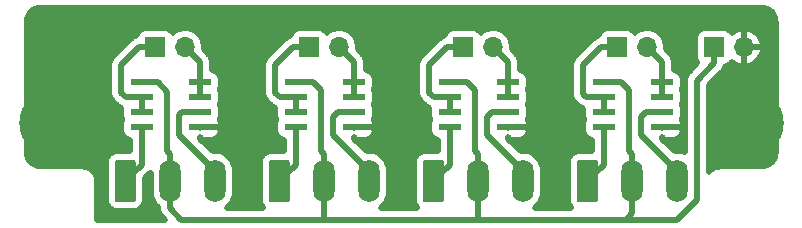
<source format=gbr>
G04 #@! TF.GenerationSoftware,KiCad,Pcbnew,(5.1.5)-3*
G04 #@! TF.CreationDate,2020-03-10T12:06:21-04:00*
G04 #@! TF.ProjectId,Step_Direction_Board,53746570-5f44-4697-9265-6374696f6e5f,rev?*
G04 #@! TF.SameCoordinates,PX7270e00PY78a3ca0*
G04 #@! TF.FileFunction,Copper,L2,Bot*
G04 #@! TF.FilePolarity,Positive*
%FSLAX46Y46*%
G04 Gerber Fmt 4.6, Leading zero omitted, Abs format (unit mm)*
G04 Created by KiCad (PCBNEW (5.1.5)-3) date 2020-03-10 12:06:21*
%MOMM*%
%LPD*%
G04 APERTURE LIST*
%ADD10O,1.700000X1.700000*%
%ADD11R,1.700000X1.700000*%
%ADD12O,1.800000X3.600000*%
%ADD13C,0.100000*%
%ADD14R,1.981200X0.558800*%
%ADD15C,5.700000*%
%ADD16C,0.500000*%
G04 APERTURE END LIST*
D10*
X53323846Y15376036D03*
D11*
X50783846Y15376036D03*
D10*
X40283846Y15376036D03*
D11*
X37743846Y15376036D03*
D10*
X27243846Y15376036D03*
D11*
X24703846Y15376036D03*
D10*
X14203846Y15376036D03*
D11*
X11663846Y15376036D03*
D10*
X61540000Y15376036D03*
D11*
X59000000Y15376036D03*
D12*
X55871055Y4036653D03*
X52061055Y4036653D03*
G04 #@! TA.AperFunction,ComponentPad*
D13*
G36*
X48925559Y5835449D02*
G01*
X48949828Y5831849D01*
X48973626Y5825888D01*
X48996726Y5817623D01*
X49018904Y5807133D01*
X49039948Y5794520D01*
X49059653Y5779906D01*
X49077832Y5763430D01*
X49094308Y5745251D01*
X49108922Y5725546D01*
X49121535Y5704502D01*
X49132025Y5682324D01*
X49140290Y5659224D01*
X49146251Y5635426D01*
X49149851Y5611157D01*
X49151055Y5586653D01*
X49151055Y2486653D01*
X49149851Y2462149D01*
X49146251Y2437880D01*
X49140290Y2414082D01*
X49132025Y2390982D01*
X49121535Y2368804D01*
X49108922Y2347760D01*
X49094308Y2328055D01*
X49077832Y2309876D01*
X49059653Y2293400D01*
X49039948Y2278786D01*
X49018904Y2266173D01*
X48996726Y2255683D01*
X48973626Y2247418D01*
X48949828Y2241457D01*
X48925559Y2237857D01*
X48901055Y2236653D01*
X47601055Y2236653D01*
X47576551Y2237857D01*
X47552282Y2241457D01*
X47528484Y2247418D01*
X47505384Y2255683D01*
X47483206Y2266173D01*
X47462162Y2278786D01*
X47442457Y2293400D01*
X47424278Y2309876D01*
X47407802Y2328055D01*
X47393188Y2347760D01*
X47380575Y2368804D01*
X47370085Y2390982D01*
X47361820Y2414082D01*
X47355859Y2437880D01*
X47352259Y2462149D01*
X47351055Y2486653D01*
X47351055Y5586653D01*
X47352259Y5611157D01*
X47355859Y5635426D01*
X47361820Y5659224D01*
X47370085Y5682324D01*
X47380575Y5704502D01*
X47393188Y5725546D01*
X47407802Y5745251D01*
X47424278Y5763430D01*
X47442457Y5779906D01*
X47462162Y5794520D01*
X47483206Y5807133D01*
X47505384Y5817623D01*
X47528484Y5825888D01*
X47552282Y5831849D01*
X47576551Y5835449D01*
X47601055Y5836653D01*
X48901055Y5836653D01*
X48925559Y5835449D01*
G37*
G04 #@! TD.AperFunction*
D12*
X42831055Y4036653D03*
X39021055Y4036653D03*
G04 #@! TA.AperFunction,ComponentPad*
D13*
G36*
X35885559Y5835449D02*
G01*
X35909828Y5831849D01*
X35933626Y5825888D01*
X35956726Y5817623D01*
X35978904Y5807133D01*
X35999948Y5794520D01*
X36019653Y5779906D01*
X36037832Y5763430D01*
X36054308Y5745251D01*
X36068922Y5725546D01*
X36081535Y5704502D01*
X36092025Y5682324D01*
X36100290Y5659224D01*
X36106251Y5635426D01*
X36109851Y5611157D01*
X36111055Y5586653D01*
X36111055Y2486653D01*
X36109851Y2462149D01*
X36106251Y2437880D01*
X36100290Y2414082D01*
X36092025Y2390982D01*
X36081535Y2368804D01*
X36068922Y2347760D01*
X36054308Y2328055D01*
X36037832Y2309876D01*
X36019653Y2293400D01*
X35999948Y2278786D01*
X35978904Y2266173D01*
X35956726Y2255683D01*
X35933626Y2247418D01*
X35909828Y2241457D01*
X35885559Y2237857D01*
X35861055Y2236653D01*
X34561055Y2236653D01*
X34536551Y2237857D01*
X34512282Y2241457D01*
X34488484Y2247418D01*
X34465384Y2255683D01*
X34443206Y2266173D01*
X34422162Y2278786D01*
X34402457Y2293400D01*
X34384278Y2309876D01*
X34367802Y2328055D01*
X34353188Y2347760D01*
X34340575Y2368804D01*
X34330085Y2390982D01*
X34321820Y2414082D01*
X34315859Y2437880D01*
X34312259Y2462149D01*
X34311055Y2486653D01*
X34311055Y5586653D01*
X34312259Y5611157D01*
X34315859Y5635426D01*
X34321820Y5659224D01*
X34330085Y5682324D01*
X34340575Y5704502D01*
X34353188Y5725546D01*
X34367802Y5745251D01*
X34384278Y5763430D01*
X34402457Y5779906D01*
X34422162Y5794520D01*
X34443206Y5807133D01*
X34465384Y5817623D01*
X34488484Y5825888D01*
X34512282Y5831849D01*
X34536551Y5835449D01*
X34561055Y5836653D01*
X35861055Y5836653D01*
X35885559Y5835449D01*
G37*
G04 #@! TD.AperFunction*
D12*
X29791055Y4036653D03*
X25981055Y4036653D03*
G04 #@! TA.AperFunction,ComponentPad*
D13*
G36*
X22845559Y5835449D02*
G01*
X22869828Y5831849D01*
X22893626Y5825888D01*
X22916726Y5817623D01*
X22938904Y5807133D01*
X22959948Y5794520D01*
X22979653Y5779906D01*
X22997832Y5763430D01*
X23014308Y5745251D01*
X23028922Y5725546D01*
X23041535Y5704502D01*
X23052025Y5682324D01*
X23060290Y5659224D01*
X23066251Y5635426D01*
X23069851Y5611157D01*
X23071055Y5586653D01*
X23071055Y2486653D01*
X23069851Y2462149D01*
X23066251Y2437880D01*
X23060290Y2414082D01*
X23052025Y2390982D01*
X23041535Y2368804D01*
X23028922Y2347760D01*
X23014308Y2328055D01*
X22997832Y2309876D01*
X22979653Y2293400D01*
X22959948Y2278786D01*
X22938904Y2266173D01*
X22916726Y2255683D01*
X22893626Y2247418D01*
X22869828Y2241457D01*
X22845559Y2237857D01*
X22821055Y2236653D01*
X21521055Y2236653D01*
X21496551Y2237857D01*
X21472282Y2241457D01*
X21448484Y2247418D01*
X21425384Y2255683D01*
X21403206Y2266173D01*
X21382162Y2278786D01*
X21362457Y2293400D01*
X21344278Y2309876D01*
X21327802Y2328055D01*
X21313188Y2347760D01*
X21300575Y2368804D01*
X21290085Y2390982D01*
X21281820Y2414082D01*
X21275859Y2437880D01*
X21272259Y2462149D01*
X21271055Y2486653D01*
X21271055Y5586653D01*
X21272259Y5611157D01*
X21275859Y5635426D01*
X21281820Y5659224D01*
X21290085Y5682324D01*
X21300575Y5704502D01*
X21313188Y5725546D01*
X21327802Y5745251D01*
X21344278Y5763430D01*
X21362457Y5779906D01*
X21382162Y5794520D01*
X21403206Y5807133D01*
X21425384Y5817623D01*
X21448484Y5825888D01*
X21472282Y5831849D01*
X21496551Y5835449D01*
X21521055Y5836653D01*
X22821055Y5836653D01*
X22845559Y5835449D01*
G37*
G04 #@! TD.AperFunction*
D12*
X16751055Y4036653D03*
X12941055Y4036653D03*
G04 #@! TA.AperFunction,ComponentPad*
D13*
G36*
X9805559Y5835449D02*
G01*
X9829828Y5831849D01*
X9853626Y5825888D01*
X9876726Y5817623D01*
X9898904Y5807133D01*
X9919948Y5794520D01*
X9939653Y5779906D01*
X9957832Y5763430D01*
X9974308Y5745251D01*
X9988922Y5725546D01*
X10001535Y5704502D01*
X10012025Y5682324D01*
X10020290Y5659224D01*
X10026251Y5635426D01*
X10029851Y5611157D01*
X10031055Y5586653D01*
X10031055Y2486653D01*
X10029851Y2462149D01*
X10026251Y2437880D01*
X10020290Y2414082D01*
X10012025Y2390982D01*
X10001535Y2368804D01*
X9988922Y2347760D01*
X9974308Y2328055D01*
X9957832Y2309876D01*
X9939653Y2293400D01*
X9919948Y2278786D01*
X9898904Y2266173D01*
X9876726Y2255683D01*
X9853626Y2247418D01*
X9829828Y2241457D01*
X9805559Y2237857D01*
X9781055Y2236653D01*
X8481055Y2236653D01*
X8456551Y2237857D01*
X8432282Y2241457D01*
X8408484Y2247418D01*
X8385384Y2255683D01*
X8363206Y2266173D01*
X8342162Y2278786D01*
X8322457Y2293400D01*
X8304278Y2309876D01*
X8287802Y2328055D01*
X8273188Y2347760D01*
X8260575Y2368804D01*
X8250085Y2390982D01*
X8241820Y2414082D01*
X8235859Y2437880D01*
X8232259Y2462149D01*
X8231055Y2486653D01*
X8231055Y5586653D01*
X8232259Y5611157D01*
X8235859Y5635426D01*
X8241820Y5659224D01*
X8250085Y5682324D01*
X8260575Y5704502D01*
X8273188Y5725546D01*
X8287802Y5745251D01*
X8304278Y5763430D01*
X8322457Y5779906D01*
X8342162Y5794520D01*
X8363206Y5807133D01*
X8385384Y5817623D01*
X8408484Y5825888D01*
X8432282Y5831849D01*
X8456551Y5835449D01*
X8481055Y5836653D01*
X9781055Y5836653D01*
X9805559Y5835449D01*
G37*
G04 #@! TD.AperFunction*
D14*
X49656200Y12405000D03*
X49656200Y11135000D03*
X49656200Y9865000D03*
X49656200Y8595000D03*
X54583800Y8595000D03*
X54583800Y9865000D03*
X54583800Y11135000D03*
X54583800Y12405000D03*
X36616200Y12405000D03*
X36616200Y11135000D03*
X36616200Y9865000D03*
X36616200Y8595000D03*
X41543800Y8595000D03*
X41543800Y9865000D03*
X41543800Y11135000D03*
X41543800Y12405000D03*
X23576200Y12405000D03*
X23576200Y11135000D03*
X23576200Y9865000D03*
X23576200Y8595000D03*
X28503800Y8595000D03*
X28503800Y9865000D03*
X28503800Y11135000D03*
X28503800Y12405000D03*
X10536200Y12405000D03*
X10536200Y11135000D03*
X10536200Y9865000D03*
X10536200Y8595000D03*
X15463800Y8595000D03*
X15463800Y9865000D03*
X15463800Y11135000D03*
X15463800Y12405000D03*
D15*
X62000000Y9000000D03*
X3000000Y9000000D03*
D16*
X12941055Y6336653D02*
X12941055Y4036653D01*
X12703189Y11606013D02*
X12703189Y6574519D01*
X11904202Y12405000D02*
X12703189Y11606013D01*
X12703189Y6574519D02*
X12941055Y6336653D01*
X10536200Y12405000D02*
X11904202Y12405000D01*
X12941055Y1736653D02*
X13892698Y785010D01*
X12941055Y4036653D02*
X12941055Y1736653D01*
X52061055Y1346065D02*
X52061055Y4036653D01*
X51500000Y785010D02*
X52061055Y1346065D01*
X39021055Y4036653D02*
X39021055Y785010D01*
X25981055Y4036653D02*
X25981055Y785010D01*
X25981055Y6336653D02*
X25981055Y4036653D01*
X25743189Y6574519D02*
X25981055Y6336653D01*
X25066800Y12405000D02*
X25743189Y11728611D01*
X25743189Y11728611D02*
X25743189Y6574519D01*
X23576200Y12405000D02*
X25066800Y12405000D01*
X39021055Y6336653D02*
X39021055Y4036653D01*
X38783189Y11728611D02*
X38783189Y6574519D01*
X38783189Y6574519D02*
X39021055Y6336653D01*
X38106800Y12405000D02*
X38783189Y11728611D01*
X36616200Y12405000D02*
X38106800Y12405000D01*
X52061055Y6336653D02*
X52061055Y4036653D01*
X51823189Y6574519D02*
X52061055Y6336653D01*
X51823189Y11728611D02*
X51823189Y6574519D01*
X51146800Y12405000D02*
X51823189Y11728611D01*
X49656200Y12405000D02*
X51146800Y12405000D01*
X57531065Y2449055D02*
X55867020Y785010D01*
X57531065Y12557101D02*
X57531065Y2449055D01*
X59000000Y14026036D02*
X57531065Y12557101D01*
X55867020Y785010D02*
X51285010Y785010D01*
X59000000Y15376036D02*
X59000000Y14026036D01*
X51285010Y785010D02*
X51500000Y785010D01*
X13892698Y785010D02*
X51285010Y785010D01*
X23576200Y9865000D02*
X23576200Y11135000D01*
X23353846Y15376036D02*
X24703846Y15376036D01*
X21825599Y13847789D02*
X23353846Y15376036D01*
X21825599Y11517599D02*
X21825599Y13847789D01*
X22208198Y11135000D02*
X21825599Y11517599D01*
X23576200Y11135000D02*
X22208198Y11135000D01*
X28503800Y14116082D02*
X27243846Y15376036D01*
X28503800Y12405000D02*
X28503800Y14116082D01*
X28503800Y11135000D02*
X28503800Y12405000D01*
X10536200Y11135000D02*
X10536200Y9865000D01*
X15463800Y12405000D02*
X15463800Y11135000D01*
X15463800Y14116082D02*
X14203846Y15376036D01*
X15463800Y12405000D02*
X15463800Y14116082D01*
X10313846Y15376036D02*
X11663846Y15376036D01*
X8785599Y11517599D02*
X8785599Y13847789D01*
X9168198Y11135000D02*
X8785599Y11517599D01*
X8785599Y13847789D02*
X10313846Y15376036D01*
X10536200Y11135000D02*
X9168198Y11135000D01*
X41543800Y14116082D02*
X40283846Y15376036D01*
X41543800Y12405000D02*
X41543800Y14116082D01*
X41543800Y11135000D02*
X41543800Y12405000D01*
X36616200Y9865000D02*
X36616200Y11135000D01*
X34865599Y13847789D02*
X36393846Y15376036D01*
X34865599Y11517599D02*
X34865599Y13847789D01*
X35248198Y11135000D02*
X34865599Y11517599D01*
X36393846Y15376036D02*
X37743846Y15376036D01*
X36616200Y11135000D02*
X35248198Y11135000D01*
X54583800Y11135000D02*
X54583800Y12405000D01*
X54583800Y14116082D02*
X53323846Y15376036D01*
X54583800Y12405000D02*
X54583800Y14116082D01*
X49656200Y9865000D02*
X49656200Y11135000D01*
X49433846Y15376036D02*
X50783846Y15376036D01*
X47905599Y13847789D02*
X49433846Y15376036D01*
X47905599Y11395001D02*
X47905599Y13847789D01*
X48165600Y11135000D02*
X47905599Y11395001D01*
X49656200Y11135000D02*
X48165600Y11135000D01*
X16751055Y4936653D02*
X16751055Y4036653D01*
X13713199Y7974509D02*
X16751055Y4936653D01*
X13973200Y9865000D02*
X13713199Y9604999D01*
X13713199Y9604999D02*
X13713199Y7974509D01*
X15463800Y9865000D02*
X13973200Y9865000D01*
X26753199Y7974509D02*
X29791055Y4936653D01*
X26753199Y9482401D02*
X26753199Y7974509D01*
X29791055Y4936653D02*
X29791055Y4036653D01*
X27135798Y9865000D02*
X26753199Y9482401D01*
X28503800Y9865000D02*
X27135798Y9865000D01*
X42831055Y4936653D02*
X42831055Y4036653D01*
X39793199Y7974509D02*
X42831055Y4936653D01*
X39793199Y9482401D02*
X39793199Y7974509D01*
X40175798Y9865000D02*
X39793199Y9482401D01*
X41543800Y9865000D02*
X40175798Y9865000D01*
X55871055Y4936653D02*
X55871055Y4036653D01*
X52833199Y7974509D02*
X55871055Y4936653D01*
X53215798Y9865000D02*
X52833199Y9482401D01*
X52833199Y9482401D02*
X52833199Y7974509D01*
X54583800Y9865000D02*
X53215798Y9865000D01*
X10536200Y5441798D02*
X9131055Y4036653D01*
X10536200Y8595000D02*
X10536200Y5441798D01*
X23576200Y5441798D02*
X22171055Y4036653D01*
X23576200Y8595000D02*
X23576200Y5441798D01*
X36616200Y5441798D02*
X35211055Y4036653D01*
X36616200Y8595000D02*
X36616200Y5441798D01*
X49656200Y5441798D02*
X48251055Y4036653D01*
X49656200Y8595000D02*
X49656200Y5441798D01*
G36*
X63235260Y18688168D02*
G01*
X63461568Y18619842D01*
X63670288Y18508863D01*
X63853478Y18359456D01*
X64004162Y18177312D01*
X64116592Y17969376D01*
X64186496Y17743553D01*
X64215001Y17472344D01*
X64215000Y6538388D01*
X64188168Y6264738D01*
X64119843Y6038435D01*
X64008864Y5829712D01*
X63859458Y5646523D01*
X63677314Y5495841D01*
X63469377Y5383409D01*
X63243552Y5313504D01*
X62972353Y5285000D01*
X59461439Y5285000D01*
X59428305Y5281736D01*
X59425364Y5281757D01*
X59414456Y5280688D01*
X59366691Y5275668D01*
X59346113Y5273641D01*
X59345427Y5273433D01*
X59317407Y5270488D01*
X59247691Y5256178D01*
X59177824Y5242849D01*
X59167331Y5239682D01*
X59074112Y5210826D01*
X59008464Y5183230D01*
X58942551Y5156599D01*
X58932881Y5151458D01*
X58932878Y5151457D01*
X58932876Y5151455D01*
X58932873Y5151454D01*
X58847035Y5105041D01*
X58788022Y5065236D01*
X58728519Y5026298D01*
X58720027Y5019373D01*
X58720023Y5019370D01*
X58720019Y5019366D01*
X58644836Y4957169D01*
X58594684Y4906665D01*
X58543874Y4856909D01*
X58541065Y4853514D01*
X58541065Y12138746D01*
X59679099Y13276780D01*
X59717633Y13308403D01*
X59843847Y13462196D01*
X59937632Y13637656D01*
X59941314Y13649795D01*
X59979324Y13775096D01*
X59998986Y13777033D01*
X60142247Y13820490D01*
X60274276Y13891062D01*
X60390001Y13986035D01*
X60484974Y14101760D01*
X60509806Y14148217D01*
X60597716Y14070586D01*
X60870502Y13911839D01*
X61169017Y13809361D01*
X61283203Y13786648D01*
X61535000Y13956045D01*
X61535000Y15371036D01*
X61545000Y15371036D01*
X61545000Y13956045D01*
X61796797Y13786648D01*
X61910983Y13809361D01*
X62209498Y13911839D01*
X62482284Y14070586D01*
X62718859Y14279500D01*
X62910131Y14530554D01*
X63048750Y14814099D01*
X63129388Y15119239D01*
X62959992Y15371036D01*
X61545000Y15371036D01*
X61535000Y15371036D01*
X61515000Y15371036D01*
X61515000Y15381036D01*
X61535000Y15381036D01*
X61535000Y16796027D01*
X61545000Y16796027D01*
X61545000Y15381036D01*
X62959992Y15381036D01*
X63129388Y15632833D01*
X63048750Y15937973D01*
X62910131Y16221518D01*
X62718859Y16472572D01*
X62482284Y16681486D01*
X62209498Y16840233D01*
X61910983Y16942711D01*
X61796797Y16965424D01*
X61545000Y16796027D01*
X61535000Y16796027D01*
X61283203Y16965424D01*
X61169017Y16942711D01*
X60870502Y16840233D01*
X60597716Y16681486D01*
X60509806Y16603855D01*
X60484974Y16650312D01*
X60390001Y16766037D01*
X60274276Y16861010D01*
X60142247Y16931582D01*
X59998986Y16975039D01*
X59850000Y16989713D01*
X58150000Y16989713D01*
X58001014Y16975039D01*
X57857753Y16931582D01*
X57725724Y16861010D01*
X57609999Y16766037D01*
X57515026Y16650312D01*
X57444454Y16518283D01*
X57400997Y16375022D01*
X57386323Y16226036D01*
X57386323Y14526036D01*
X57400997Y14377050D01*
X57444454Y14233789D01*
X57515026Y14101760D01*
X57574680Y14029071D01*
X56851971Y13306362D01*
X56813432Y13274734D01*
X56687218Y13120941D01*
X56628534Y13011150D01*
X56593433Y12945480D01*
X56535680Y12755095D01*
X56516179Y12557101D01*
X56521065Y12507493D01*
X56521066Y6471469D01*
X56509382Y6477714D01*
X56196471Y6572634D01*
X55871055Y6604685D01*
X55652868Y6583195D01*
X54588802Y7647261D01*
X54588802Y7745598D01*
X54778800Y7555600D01*
X55574400Y7551923D01*
X55723386Y7566597D01*
X55866647Y7610054D01*
X55998676Y7680626D01*
X56114401Y7775599D01*
X56209374Y7891324D01*
X56279946Y8023353D01*
X56323403Y8166614D01*
X56338077Y8315600D01*
X56334400Y8400000D01*
X56144400Y8590000D01*
X54588800Y8590000D01*
X54588800Y8570000D01*
X54578800Y8570000D01*
X54578800Y8590000D01*
X54558800Y8590000D01*
X54558800Y8600000D01*
X54578800Y8600000D01*
X54578800Y8620000D01*
X54588800Y8620000D01*
X54588800Y8600000D01*
X56144400Y8600000D01*
X56334400Y8790000D01*
X56338077Y8874400D01*
X56323403Y9023386D01*
X56279946Y9166647D01*
X56246083Y9230000D01*
X56279946Y9293353D01*
X56323403Y9436614D01*
X56338077Y9585600D01*
X56338077Y10144400D01*
X56323403Y10293386D01*
X56279946Y10436647D01*
X56246083Y10500000D01*
X56279946Y10563353D01*
X56323403Y10706614D01*
X56338077Y10855600D01*
X56338077Y11414400D01*
X56323403Y11563386D01*
X56279946Y11706647D01*
X56246083Y11770000D01*
X56279946Y11833353D01*
X56323403Y11976614D01*
X56338077Y12125600D01*
X56338077Y12684400D01*
X56323403Y12833386D01*
X56279946Y12976647D01*
X56209374Y13108676D01*
X56114401Y13224401D01*
X55998676Y13319374D01*
X55866647Y13389946D01*
X55723386Y13433403D01*
X55593800Y13446166D01*
X55593800Y14066478D01*
X55598686Y14116083D01*
X55593800Y14165690D01*
X55579185Y14314076D01*
X55521432Y14504462D01*
X55427647Y14679922D01*
X55301433Y14833715D01*
X55262894Y14865343D01*
X54930018Y15198219D01*
X54933846Y15217465D01*
X54933846Y15534607D01*
X54871975Y15845656D01*
X54750609Y16138657D01*
X54574415Y16402351D01*
X54350161Y16626605D01*
X54086467Y16802799D01*
X53793466Y16924165D01*
X53482417Y16986036D01*
X53165275Y16986036D01*
X52854226Y16924165D01*
X52561225Y16802799D01*
X52297531Y16626605D01*
X52287079Y16616153D01*
X52268820Y16650312D01*
X52173847Y16766037D01*
X52058122Y16861010D01*
X51926093Y16931582D01*
X51782832Y16975039D01*
X51633846Y16989713D01*
X49933846Y16989713D01*
X49784860Y16975039D01*
X49641599Y16931582D01*
X49509570Y16861010D01*
X49393845Y16766037D01*
X49298872Y16650312D01*
X49228300Y16518283D01*
X49184843Y16375022D01*
X49182906Y16355360D01*
X49045466Y16313668D01*
X48870006Y16219883D01*
X48716213Y16093669D01*
X48684590Y16055135D01*
X47226500Y14597045D01*
X47187967Y14565422D01*
X47156344Y14526889D01*
X47156343Y14526888D01*
X47061753Y14411629D01*
X46967967Y14236168D01*
X46910214Y14045783D01*
X46890713Y13847789D01*
X46895600Y13798172D01*
X46895599Y11444609D01*
X46890713Y11395001D01*
X46910214Y11197007D01*
X46944072Y11085393D01*
X46967967Y11006622D01*
X47061752Y10831161D01*
X47187966Y10677368D01*
X47226505Y10645740D01*
X47416339Y10455906D01*
X47447967Y10417367D01*
X47601760Y10291153D01*
X47777220Y10197368D01*
X47871267Y10168839D01*
X47903371Y10159100D01*
X47901923Y10144400D01*
X47901923Y9585600D01*
X47916597Y9436614D01*
X47960054Y9293353D01*
X47993917Y9230000D01*
X47960054Y9166647D01*
X47916597Y9023386D01*
X47901923Y8874400D01*
X47901923Y8315600D01*
X47916597Y8166614D01*
X47960054Y8023353D01*
X48030626Y7891324D01*
X48125599Y7775599D01*
X48241324Y7680626D01*
X48373353Y7610054D01*
X48516614Y7566597D01*
X48646200Y7553834D01*
X48646201Y6600330D01*
X47601055Y6600330D01*
X47403296Y6580852D01*
X47213138Y6523168D01*
X47037886Y6429495D01*
X46884277Y6303431D01*
X46758213Y6149822D01*
X46664540Y5974570D01*
X46606856Y5784412D01*
X46587378Y5586653D01*
X46587378Y2486653D01*
X46606856Y2288894D01*
X46664540Y2098736D01*
X46758213Y1923484D01*
X46863649Y1795010D01*
X43812932Y1795010D01*
X44010532Y1957176D01*
X44217973Y2209944D01*
X44372116Y2498325D01*
X44467036Y2811236D01*
X44491055Y3055103D01*
X44491055Y5018203D01*
X44467036Y5262070D01*
X44372116Y5574981D01*
X44217973Y5863362D01*
X44010532Y6116130D01*
X43757763Y6323571D01*
X43469382Y6477714D01*
X43156471Y6572634D01*
X42831055Y6604685D01*
X42612868Y6583195D01*
X41548802Y7647261D01*
X41548802Y7745598D01*
X41738800Y7555600D01*
X42534400Y7551923D01*
X42683386Y7566597D01*
X42826647Y7610054D01*
X42958676Y7680626D01*
X43074401Y7775599D01*
X43169374Y7891324D01*
X43239946Y8023353D01*
X43283403Y8166614D01*
X43298077Y8315600D01*
X43294400Y8400000D01*
X43104400Y8590000D01*
X41548800Y8590000D01*
X41548800Y8570000D01*
X41538800Y8570000D01*
X41538800Y8590000D01*
X41518800Y8590000D01*
X41518800Y8600000D01*
X41538800Y8600000D01*
X41538800Y8620000D01*
X41548800Y8620000D01*
X41548800Y8600000D01*
X43104400Y8600000D01*
X43294400Y8790000D01*
X43298077Y8874400D01*
X43283403Y9023386D01*
X43239946Y9166647D01*
X43206083Y9230000D01*
X43239946Y9293353D01*
X43283403Y9436614D01*
X43298077Y9585600D01*
X43298077Y10144400D01*
X43283403Y10293386D01*
X43239946Y10436647D01*
X43206083Y10500000D01*
X43239946Y10563353D01*
X43283403Y10706614D01*
X43298077Y10855600D01*
X43298077Y11414400D01*
X43283403Y11563386D01*
X43239946Y11706647D01*
X43206083Y11770000D01*
X43239946Y11833353D01*
X43283403Y11976614D01*
X43298077Y12125600D01*
X43298077Y12684400D01*
X43283403Y12833386D01*
X43239946Y12976647D01*
X43169374Y13108676D01*
X43074401Y13224401D01*
X42958676Y13319374D01*
X42826647Y13389946D01*
X42683386Y13433403D01*
X42553800Y13446166D01*
X42553800Y14066478D01*
X42558686Y14116083D01*
X42553800Y14165690D01*
X42539185Y14314076D01*
X42481432Y14504462D01*
X42387647Y14679922D01*
X42261433Y14833715D01*
X42222894Y14865343D01*
X41890018Y15198219D01*
X41893846Y15217465D01*
X41893846Y15534607D01*
X41831975Y15845656D01*
X41710609Y16138657D01*
X41534415Y16402351D01*
X41310161Y16626605D01*
X41046467Y16802799D01*
X40753466Y16924165D01*
X40442417Y16986036D01*
X40125275Y16986036D01*
X39814226Y16924165D01*
X39521225Y16802799D01*
X39257531Y16626605D01*
X39247079Y16616153D01*
X39228820Y16650312D01*
X39133847Y16766037D01*
X39018122Y16861010D01*
X38886093Y16931582D01*
X38742832Y16975039D01*
X38593846Y16989713D01*
X36893846Y16989713D01*
X36744860Y16975039D01*
X36601599Y16931582D01*
X36469570Y16861010D01*
X36353845Y16766037D01*
X36258872Y16650312D01*
X36188300Y16518283D01*
X36144843Y16375022D01*
X36142906Y16355360D01*
X36005466Y16313668D01*
X35830006Y16219883D01*
X35676213Y16093669D01*
X35644590Y16055135D01*
X34186500Y14597045D01*
X34147967Y14565422D01*
X34116344Y14526889D01*
X34116343Y14526888D01*
X34021753Y14411629D01*
X33927967Y14236168D01*
X33870214Y14045783D01*
X33850713Y13847789D01*
X33855600Y13798172D01*
X33855599Y11567207D01*
X33850713Y11517599D01*
X33870214Y11319605D01*
X33917183Y11164771D01*
X33927967Y11129220D01*
X34021752Y10953759D01*
X34147966Y10799966D01*
X34186505Y10768338D01*
X34498937Y10455906D01*
X34530565Y10417367D01*
X34684358Y10291153D01*
X34859818Y10197368D01*
X34866928Y10195211D01*
X34861923Y10144400D01*
X34861923Y9585600D01*
X34876597Y9436614D01*
X34920054Y9293353D01*
X34953917Y9230000D01*
X34920054Y9166647D01*
X34876597Y9023386D01*
X34861923Y8874400D01*
X34861923Y8315600D01*
X34876597Y8166614D01*
X34920054Y8023353D01*
X34990626Y7891324D01*
X35085599Y7775599D01*
X35201324Y7680626D01*
X35333353Y7610054D01*
X35476614Y7566597D01*
X35606200Y7553834D01*
X35606201Y6600330D01*
X34561055Y6600330D01*
X34363296Y6580852D01*
X34173138Y6523168D01*
X33997886Y6429495D01*
X33844277Y6303431D01*
X33718213Y6149822D01*
X33624540Y5974570D01*
X33566856Y5784412D01*
X33547378Y5586653D01*
X33547378Y2486653D01*
X33566856Y2288894D01*
X33624540Y2098736D01*
X33718213Y1923484D01*
X33823649Y1795010D01*
X30772932Y1795010D01*
X30970532Y1957176D01*
X31177973Y2209944D01*
X31332116Y2498325D01*
X31427036Y2811236D01*
X31451055Y3055103D01*
X31451055Y5018203D01*
X31427036Y5262070D01*
X31332116Y5574981D01*
X31177973Y5863362D01*
X30970532Y6116130D01*
X30717763Y6323571D01*
X30429382Y6477714D01*
X30116471Y6572634D01*
X29791055Y6604685D01*
X29572868Y6583195D01*
X28508802Y7647261D01*
X28508802Y7745598D01*
X28698800Y7555600D01*
X29494400Y7551923D01*
X29643386Y7566597D01*
X29786647Y7610054D01*
X29918676Y7680626D01*
X30034401Y7775599D01*
X30129374Y7891324D01*
X30199946Y8023353D01*
X30243403Y8166614D01*
X30258077Y8315600D01*
X30254400Y8400000D01*
X30064400Y8590000D01*
X28508800Y8590000D01*
X28508800Y8570000D01*
X28498800Y8570000D01*
X28498800Y8590000D01*
X28478800Y8590000D01*
X28478800Y8600000D01*
X28498800Y8600000D01*
X28498800Y8620000D01*
X28508800Y8620000D01*
X28508800Y8600000D01*
X30064400Y8600000D01*
X30254400Y8790000D01*
X30258077Y8874400D01*
X30243403Y9023386D01*
X30199946Y9166647D01*
X30166083Y9230000D01*
X30199946Y9293353D01*
X30243403Y9436614D01*
X30258077Y9585600D01*
X30258077Y10144400D01*
X30243403Y10293386D01*
X30199946Y10436647D01*
X30166083Y10500000D01*
X30199946Y10563353D01*
X30243403Y10706614D01*
X30258077Y10855600D01*
X30258077Y11414400D01*
X30243403Y11563386D01*
X30199946Y11706647D01*
X30166083Y11770000D01*
X30199946Y11833353D01*
X30243403Y11976614D01*
X30258077Y12125600D01*
X30258077Y12684400D01*
X30243403Y12833386D01*
X30199946Y12976647D01*
X30129374Y13108676D01*
X30034401Y13224401D01*
X29918676Y13319374D01*
X29786647Y13389946D01*
X29643386Y13433403D01*
X29513800Y13446166D01*
X29513800Y14066478D01*
X29518686Y14116083D01*
X29513800Y14165690D01*
X29499185Y14314076D01*
X29441432Y14504462D01*
X29347647Y14679922D01*
X29221433Y14833715D01*
X29182894Y14865343D01*
X28850018Y15198219D01*
X28853846Y15217465D01*
X28853846Y15534607D01*
X28791975Y15845656D01*
X28670609Y16138657D01*
X28494415Y16402351D01*
X28270161Y16626605D01*
X28006467Y16802799D01*
X27713466Y16924165D01*
X27402417Y16986036D01*
X27085275Y16986036D01*
X26774226Y16924165D01*
X26481225Y16802799D01*
X26217531Y16626605D01*
X26207079Y16616153D01*
X26188820Y16650312D01*
X26093847Y16766037D01*
X25978122Y16861010D01*
X25846093Y16931582D01*
X25702832Y16975039D01*
X25553846Y16989713D01*
X23853846Y16989713D01*
X23704860Y16975039D01*
X23561599Y16931582D01*
X23429570Y16861010D01*
X23313845Y16766037D01*
X23218872Y16650312D01*
X23148300Y16518283D01*
X23104843Y16375022D01*
X23102906Y16355360D01*
X22965466Y16313668D01*
X22790006Y16219883D01*
X22636213Y16093669D01*
X22604590Y16055135D01*
X21146500Y14597045D01*
X21107967Y14565422D01*
X21076344Y14526889D01*
X21076343Y14526888D01*
X20981753Y14411629D01*
X20887967Y14236168D01*
X20830214Y14045783D01*
X20810713Y13847789D01*
X20815600Y13798172D01*
X20815599Y11567207D01*
X20810713Y11517599D01*
X20830214Y11319605D01*
X20877183Y11164771D01*
X20887967Y11129220D01*
X20981752Y10953759D01*
X21107966Y10799966D01*
X21146505Y10768338D01*
X21458937Y10455906D01*
X21490565Y10417367D01*
X21644358Y10291153D01*
X21819818Y10197368D01*
X21826928Y10195211D01*
X21821923Y10144400D01*
X21821923Y9585600D01*
X21836597Y9436614D01*
X21880054Y9293353D01*
X21913917Y9230000D01*
X21880054Y9166647D01*
X21836597Y9023386D01*
X21821923Y8874400D01*
X21821923Y8315600D01*
X21836597Y8166614D01*
X21880054Y8023353D01*
X21950626Y7891324D01*
X22045599Y7775599D01*
X22161324Y7680626D01*
X22293353Y7610054D01*
X22436614Y7566597D01*
X22566200Y7553834D01*
X22566201Y6600330D01*
X21521055Y6600330D01*
X21323296Y6580852D01*
X21133138Y6523168D01*
X20957886Y6429495D01*
X20804277Y6303431D01*
X20678213Y6149822D01*
X20584540Y5974570D01*
X20526856Y5784412D01*
X20507378Y5586653D01*
X20507378Y2486653D01*
X20526856Y2288894D01*
X20584540Y2098736D01*
X20678213Y1923484D01*
X20783649Y1795010D01*
X17732932Y1795010D01*
X17930532Y1957176D01*
X18137973Y2209944D01*
X18292116Y2498325D01*
X18387036Y2811236D01*
X18411055Y3055103D01*
X18411055Y5018203D01*
X18387036Y5262070D01*
X18292116Y5574981D01*
X18137973Y5863362D01*
X17930532Y6116130D01*
X17677763Y6323571D01*
X17389382Y6477714D01*
X17076471Y6572634D01*
X16751055Y6604685D01*
X16532868Y6583195D01*
X15468802Y7647261D01*
X15468802Y7745598D01*
X15658800Y7555600D01*
X16454400Y7551923D01*
X16603386Y7566597D01*
X16746647Y7610054D01*
X16878676Y7680626D01*
X16994401Y7775599D01*
X17089374Y7891324D01*
X17159946Y8023353D01*
X17203403Y8166614D01*
X17218077Y8315600D01*
X17214400Y8400000D01*
X17024400Y8590000D01*
X15468800Y8590000D01*
X15468800Y8570000D01*
X15458800Y8570000D01*
X15458800Y8590000D01*
X15438800Y8590000D01*
X15438800Y8600000D01*
X15458800Y8600000D01*
X15458800Y8620000D01*
X15468800Y8620000D01*
X15468800Y8600000D01*
X17024400Y8600000D01*
X17214400Y8790000D01*
X17218077Y8874400D01*
X17203403Y9023386D01*
X17159946Y9166647D01*
X17126083Y9230000D01*
X17159946Y9293353D01*
X17203403Y9436614D01*
X17218077Y9585600D01*
X17218077Y10144400D01*
X17203403Y10293386D01*
X17159946Y10436647D01*
X17126083Y10500000D01*
X17159946Y10563353D01*
X17203403Y10706614D01*
X17218077Y10855600D01*
X17218077Y11414400D01*
X17203403Y11563386D01*
X17159946Y11706647D01*
X17126083Y11770000D01*
X17159946Y11833353D01*
X17203403Y11976614D01*
X17218077Y12125600D01*
X17218077Y12684400D01*
X17203403Y12833386D01*
X17159946Y12976647D01*
X17089374Y13108676D01*
X16994401Y13224401D01*
X16878676Y13319374D01*
X16746647Y13389946D01*
X16603386Y13433403D01*
X16473800Y13446166D01*
X16473800Y14066478D01*
X16478686Y14116083D01*
X16473800Y14165690D01*
X16459185Y14314076D01*
X16401432Y14504462D01*
X16307647Y14679922D01*
X16181433Y14833715D01*
X16142894Y14865343D01*
X15810018Y15198219D01*
X15813846Y15217465D01*
X15813846Y15534607D01*
X15751975Y15845656D01*
X15630609Y16138657D01*
X15454415Y16402351D01*
X15230161Y16626605D01*
X14966467Y16802799D01*
X14673466Y16924165D01*
X14362417Y16986036D01*
X14045275Y16986036D01*
X13734226Y16924165D01*
X13441225Y16802799D01*
X13177531Y16626605D01*
X13167079Y16616153D01*
X13148820Y16650312D01*
X13053847Y16766037D01*
X12938122Y16861010D01*
X12806093Y16931582D01*
X12662832Y16975039D01*
X12513846Y16989713D01*
X10813846Y16989713D01*
X10664860Y16975039D01*
X10521599Y16931582D01*
X10389570Y16861010D01*
X10273845Y16766037D01*
X10178872Y16650312D01*
X10108300Y16518283D01*
X10064843Y16375022D01*
X10062906Y16355360D01*
X9925466Y16313668D01*
X9750006Y16219883D01*
X9596213Y16093669D01*
X9564590Y16055135D01*
X8106500Y14597045D01*
X8067967Y14565422D01*
X8036344Y14526889D01*
X8036343Y14526888D01*
X7941753Y14411629D01*
X7847967Y14236168D01*
X7790214Y14045783D01*
X7770713Y13847789D01*
X7775600Y13798172D01*
X7775599Y11567207D01*
X7770713Y11517599D01*
X7790214Y11319605D01*
X7837183Y11164771D01*
X7847967Y11129220D01*
X7941752Y10953759D01*
X8067966Y10799966D01*
X8106505Y10768338D01*
X8418937Y10455906D01*
X8450565Y10417367D01*
X8604358Y10291153D01*
X8779818Y10197368D01*
X8786928Y10195211D01*
X8781923Y10144400D01*
X8781923Y9585600D01*
X8796597Y9436614D01*
X8840054Y9293353D01*
X8873917Y9230000D01*
X8840054Y9166647D01*
X8796597Y9023386D01*
X8781923Y8874400D01*
X8781923Y8315600D01*
X8796597Y8166614D01*
X8840054Y8023353D01*
X8910626Y7891324D01*
X9005599Y7775599D01*
X9121324Y7680626D01*
X9253353Y7610054D01*
X9396614Y7566597D01*
X9526200Y7553834D01*
X9526201Y6600330D01*
X8481055Y6600330D01*
X8283296Y6580852D01*
X8093138Y6523168D01*
X7917886Y6429495D01*
X7764277Y6303431D01*
X7638213Y6149822D01*
X7544540Y5974570D01*
X7486856Y5784412D01*
X7467378Y5586653D01*
X7467378Y2486653D01*
X7486856Y2288894D01*
X7544540Y2098736D01*
X7638213Y1923484D01*
X7764277Y1769875D01*
X7917886Y1643811D01*
X8093138Y1550138D01*
X8283296Y1492454D01*
X8481055Y1472976D01*
X9781055Y1472976D01*
X9978814Y1492454D01*
X10168972Y1550138D01*
X10344224Y1643811D01*
X10497833Y1769875D01*
X10623897Y1923484D01*
X10717570Y2098736D01*
X10775254Y2288894D01*
X10794732Y2486653D01*
X10794732Y4271975D01*
X11215294Y4692537D01*
X11253833Y4724165D01*
X11281055Y4757335D01*
X11281055Y3055103D01*
X11305075Y2811236D01*
X11399995Y2498325D01*
X11554138Y2209944D01*
X11761579Y1957176D01*
X11931056Y1818090D01*
X11931056Y1786270D01*
X11926169Y1736653D01*
X11945670Y1538659D01*
X12003423Y1348274D01*
X12097209Y1172813D01*
X12187720Y1062525D01*
X12223423Y1019020D01*
X12261956Y987397D01*
X12464353Y785000D01*
X6785000Y785000D01*
X6785000Y4038561D01*
X6781736Y4071695D01*
X6781757Y4074636D01*
X6780688Y4085544D01*
X6775668Y4133309D01*
X6773641Y4153887D01*
X6773433Y4154573D01*
X6770488Y4182593D01*
X6756178Y4252309D01*
X6742849Y4322176D01*
X6739682Y4332669D01*
X6710826Y4425888D01*
X6683230Y4491536D01*
X6656599Y4557449D01*
X6651454Y4567127D01*
X6605041Y4652965D01*
X6565236Y4711978D01*
X6526298Y4771481D01*
X6519371Y4779975D01*
X6519370Y4779977D01*
X6519366Y4779981D01*
X6457169Y4855164D01*
X6406665Y4905316D01*
X6356909Y4956126D01*
X6348465Y4963112D01*
X6348459Y4963118D01*
X6348452Y4963123D01*
X6272844Y5024788D01*
X6213580Y5064164D01*
X6154868Y5104364D01*
X6145240Y5109570D01*
X6145237Y5109572D01*
X6145234Y5109573D01*
X6145227Y5109577D01*
X6059066Y5155389D01*
X5993263Y5182511D01*
X5927898Y5210526D01*
X5917428Y5213768D01*
X5824010Y5241973D01*
X5754224Y5255791D01*
X5684617Y5270586D01*
X5673717Y5271732D01*
X5576599Y5281254D01*
X5576594Y5281254D01*
X5538561Y5285000D01*
X2038388Y5285000D01*
X1764738Y5311832D01*
X1538435Y5380157D01*
X1329712Y5491136D01*
X1146523Y5640542D01*
X995841Y5822686D01*
X883409Y6030623D01*
X813504Y6256448D01*
X785000Y6527647D01*
X785000Y17461612D01*
X811832Y17735260D01*
X880158Y17961568D01*
X991137Y18170288D01*
X1140544Y18353478D01*
X1322688Y18504162D01*
X1530624Y18616592D01*
X1756447Y18686496D01*
X2027647Y18715000D01*
X62961612Y18715000D01*
X63235260Y18688168D01*
G37*
X63235260Y18688168D02*
X63461568Y18619842D01*
X63670288Y18508863D01*
X63853478Y18359456D01*
X64004162Y18177312D01*
X64116592Y17969376D01*
X64186496Y17743553D01*
X64215001Y17472344D01*
X64215000Y6538388D01*
X64188168Y6264738D01*
X64119843Y6038435D01*
X64008864Y5829712D01*
X63859458Y5646523D01*
X63677314Y5495841D01*
X63469377Y5383409D01*
X63243552Y5313504D01*
X62972353Y5285000D01*
X59461439Y5285000D01*
X59428305Y5281736D01*
X59425364Y5281757D01*
X59414456Y5280688D01*
X59366691Y5275668D01*
X59346113Y5273641D01*
X59345427Y5273433D01*
X59317407Y5270488D01*
X59247691Y5256178D01*
X59177824Y5242849D01*
X59167331Y5239682D01*
X59074112Y5210826D01*
X59008464Y5183230D01*
X58942551Y5156599D01*
X58932881Y5151458D01*
X58932878Y5151457D01*
X58932876Y5151455D01*
X58932873Y5151454D01*
X58847035Y5105041D01*
X58788022Y5065236D01*
X58728519Y5026298D01*
X58720027Y5019373D01*
X58720023Y5019370D01*
X58720019Y5019366D01*
X58644836Y4957169D01*
X58594684Y4906665D01*
X58543874Y4856909D01*
X58541065Y4853514D01*
X58541065Y12138746D01*
X59679099Y13276780D01*
X59717633Y13308403D01*
X59843847Y13462196D01*
X59937632Y13637656D01*
X59941314Y13649795D01*
X59979324Y13775096D01*
X59998986Y13777033D01*
X60142247Y13820490D01*
X60274276Y13891062D01*
X60390001Y13986035D01*
X60484974Y14101760D01*
X60509806Y14148217D01*
X60597716Y14070586D01*
X60870502Y13911839D01*
X61169017Y13809361D01*
X61283203Y13786648D01*
X61535000Y13956045D01*
X61535000Y15371036D01*
X61545000Y15371036D01*
X61545000Y13956045D01*
X61796797Y13786648D01*
X61910983Y13809361D01*
X62209498Y13911839D01*
X62482284Y14070586D01*
X62718859Y14279500D01*
X62910131Y14530554D01*
X63048750Y14814099D01*
X63129388Y15119239D01*
X62959992Y15371036D01*
X61545000Y15371036D01*
X61535000Y15371036D01*
X61515000Y15371036D01*
X61515000Y15381036D01*
X61535000Y15381036D01*
X61535000Y16796027D01*
X61545000Y16796027D01*
X61545000Y15381036D01*
X62959992Y15381036D01*
X63129388Y15632833D01*
X63048750Y15937973D01*
X62910131Y16221518D01*
X62718859Y16472572D01*
X62482284Y16681486D01*
X62209498Y16840233D01*
X61910983Y16942711D01*
X61796797Y16965424D01*
X61545000Y16796027D01*
X61535000Y16796027D01*
X61283203Y16965424D01*
X61169017Y16942711D01*
X60870502Y16840233D01*
X60597716Y16681486D01*
X60509806Y16603855D01*
X60484974Y16650312D01*
X60390001Y16766037D01*
X60274276Y16861010D01*
X60142247Y16931582D01*
X59998986Y16975039D01*
X59850000Y16989713D01*
X58150000Y16989713D01*
X58001014Y16975039D01*
X57857753Y16931582D01*
X57725724Y16861010D01*
X57609999Y16766037D01*
X57515026Y16650312D01*
X57444454Y16518283D01*
X57400997Y16375022D01*
X57386323Y16226036D01*
X57386323Y14526036D01*
X57400997Y14377050D01*
X57444454Y14233789D01*
X57515026Y14101760D01*
X57574680Y14029071D01*
X56851971Y13306362D01*
X56813432Y13274734D01*
X56687218Y13120941D01*
X56628534Y13011150D01*
X56593433Y12945480D01*
X56535680Y12755095D01*
X56516179Y12557101D01*
X56521065Y12507493D01*
X56521066Y6471469D01*
X56509382Y6477714D01*
X56196471Y6572634D01*
X55871055Y6604685D01*
X55652868Y6583195D01*
X54588802Y7647261D01*
X54588802Y7745598D01*
X54778800Y7555600D01*
X55574400Y7551923D01*
X55723386Y7566597D01*
X55866647Y7610054D01*
X55998676Y7680626D01*
X56114401Y7775599D01*
X56209374Y7891324D01*
X56279946Y8023353D01*
X56323403Y8166614D01*
X56338077Y8315600D01*
X56334400Y8400000D01*
X56144400Y8590000D01*
X54588800Y8590000D01*
X54588800Y8570000D01*
X54578800Y8570000D01*
X54578800Y8590000D01*
X54558800Y8590000D01*
X54558800Y8600000D01*
X54578800Y8600000D01*
X54578800Y8620000D01*
X54588800Y8620000D01*
X54588800Y8600000D01*
X56144400Y8600000D01*
X56334400Y8790000D01*
X56338077Y8874400D01*
X56323403Y9023386D01*
X56279946Y9166647D01*
X56246083Y9230000D01*
X56279946Y9293353D01*
X56323403Y9436614D01*
X56338077Y9585600D01*
X56338077Y10144400D01*
X56323403Y10293386D01*
X56279946Y10436647D01*
X56246083Y10500000D01*
X56279946Y10563353D01*
X56323403Y10706614D01*
X56338077Y10855600D01*
X56338077Y11414400D01*
X56323403Y11563386D01*
X56279946Y11706647D01*
X56246083Y11770000D01*
X56279946Y11833353D01*
X56323403Y11976614D01*
X56338077Y12125600D01*
X56338077Y12684400D01*
X56323403Y12833386D01*
X56279946Y12976647D01*
X56209374Y13108676D01*
X56114401Y13224401D01*
X55998676Y13319374D01*
X55866647Y13389946D01*
X55723386Y13433403D01*
X55593800Y13446166D01*
X55593800Y14066478D01*
X55598686Y14116083D01*
X55593800Y14165690D01*
X55579185Y14314076D01*
X55521432Y14504462D01*
X55427647Y14679922D01*
X55301433Y14833715D01*
X55262894Y14865343D01*
X54930018Y15198219D01*
X54933846Y15217465D01*
X54933846Y15534607D01*
X54871975Y15845656D01*
X54750609Y16138657D01*
X54574415Y16402351D01*
X54350161Y16626605D01*
X54086467Y16802799D01*
X53793466Y16924165D01*
X53482417Y16986036D01*
X53165275Y16986036D01*
X52854226Y16924165D01*
X52561225Y16802799D01*
X52297531Y16626605D01*
X52287079Y16616153D01*
X52268820Y16650312D01*
X52173847Y16766037D01*
X52058122Y16861010D01*
X51926093Y16931582D01*
X51782832Y16975039D01*
X51633846Y16989713D01*
X49933846Y16989713D01*
X49784860Y16975039D01*
X49641599Y16931582D01*
X49509570Y16861010D01*
X49393845Y16766037D01*
X49298872Y16650312D01*
X49228300Y16518283D01*
X49184843Y16375022D01*
X49182906Y16355360D01*
X49045466Y16313668D01*
X48870006Y16219883D01*
X48716213Y16093669D01*
X48684590Y16055135D01*
X47226500Y14597045D01*
X47187967Y14565422D01*
X47156344Y14526889D01*
X47156343Y14526888D01*
X47061753Y14411629D01*
X46967967Y14236168D01*
X46910214Y14045783D01*
X46890713Y13847789D01*
X46895600Y13798172D01*
X46895599Y11444609D01*
X46890713Y11395001D01*
X46910214Y11197007D01*
X46944072Y11085393D01*
X46967967Y11006622D01*
X47061752Y10831161D01*
X47187966Y10677368D01*
X47226505Y10645740D01*
X47416339Y10455906D01*
X47447967Y10417367D01*
X47601760Y10291153D01*
X47777220Y10197368D01*
X47871267Y10168839D01*
X47903371Y10159100D01*
X47901923Y10144400D01*
X47901923Y9585600D01*
X47916597Y9436614D01*
X47960054Y9293353D01*
X47993917Y9230000D01*
X47960054Y9166647D01*
X47916597Y9023386D01*
X47901923Y8874400D01*
X47901923Y8315600D01*
X47916597Y8166614D01*
X47960054Y8023353D01*
X48030626Y7891324D01*
X48125599Y7775599D01*
X48241324Y7680626D01*
X48373353Y7610054D01*
X48516614Y7566597D01*
X48646200Y7553834D01*
X48646201Y6600330D01*
X47601055Y6600330D01*
X47403296Y6580852D01*
X47213138Y6523168D01*
X47037886Y6429495D01*
X46884277Y6303431D01*
X46758213Y6149822D01*
X46664540Y5974570D01*
X46606856Y5784412D01*
X46587378Y5586653D01*
X46587378Y2486653D01*
X46606856Y2288894D01*
X46664540Y2098736D01*
X46758213Y1923484D01*
X46863649Y1795010D01*
X43812932Y1795010D01*
X44010532Y1957176D01*
X44217973Y2209944D01*
X44372116Y2498325D01*
X44467036Y2811236D01*
X44491055Y3055103D01*
X44491055Y5018203D01*
X44467036Y5262070D01*
X44372116Y5574981D01*
X44217973Y5863362D01*
X44010532Y6116130D01*
X43757763Y6323571D01*
X43469382Y6477714D01*
X43156471Y6572634D01*
X42831055Y6604685D01*
X42612868Y6583195D01*
X41548802Y7647261D01*
X41548802Y7745598D01*
X41738800Y7555600D01*
X42534400Y7551923D01*
X42683386Y7566597D01*
X42826647Y7610054D01*
X42958676Y7680626D01*
X43074401Y7775599D01*
X43169374Y7891324D01*
X43239946Y8023353D01*
X43283403Y8166614D01*
X43298077Y8315600D01*
X43294400Y8400000D01*
X43104400Y8590000D01*
X41548800Y8590000D01*
X41548800Y8570000D01*
X41538800Y8570000D01*
X41538800Y8590000D01*
X41518800Y8590000D01*
X41518800Y8600000D01*
X41538800Y8600000D01*
X41538800Y8620000D01*
X41548800Y8620000D01*
X41548800Y8600000D01*
X43104400Y8600000D01*
X43294400Y8790000D01*
X43298077Y8874400D01*
X43283403Y9023386D01*
X43239946Y9166647D01*
X43206083Y9230000D01*
X43239946Y9293353D01*
X43283403Y9436614D01*
X43298077Y9585600D01*
X43298077Y10144400D01*
X43283403Y10293386D01*
X43239946Y10436647D01*
X43206083Y10500000D01*
X43239946Y10563353D01*
X43283403Y10706614D01*
X43298077Y10855600D01*
X43298077Y11414400D01*
X43283403Y11563386D01*
X43239946Y11706647D01*
X43206083Y11770000D01*
X43239946Y11833353D01*
X43283403Y11976614D01*
X43298077Y12125600D01*
X43298077Y12684400D01*
X43283403Y12833386D01*
X43239946Y12976647D01*
X43169374Y13108676D01*
X43074401Y13224401D01*
X42958676Y13319374D01*
X42826647Y13389946D01*
X42683386Y13433403D01*
X42553800Y13446166D01*
X42553800Y14066478D01*
X42558686Y14116083D01*
X42553800Y14165690D01*
X42539185Y14314076D01*
X42481432Y14504462D01*
X42387647Y14679922D01*
X42261433Y14833715D01*
X42222894Y14865343D01*
X41890018Y15198219D01*
X41893846Y15217465D01*
X41893846Y15534607D01*
X41831975Y15845656D01*
X41710609Y16138657D01*
X41534415Y16402351D01*
X41310161Y16626605D01*
X41046467Y16802799D01*
X40753466Y16924165D01*
X40442417Y16986036D01*
X40125275Y16986036D01*
X39814226Y16924165D01*
X39521225Y16802799D01*
X39257531Y16626605D01*
X39247079Y16616153D01*
X39228820Y16650312D01*
X39133847Y16766037D01*
X39018122Y16861010D01*
X38886093Y16931582D01*
X38742832Y16975039D01*
X38593846Y16989713D01*
X36893846Y16989713D01*
X36744860Y16975039D01*
X36601599Y16931582D01*
X36469570Y16861010D01*
X36353845Y16766037D01*
X36258872Y16650312D01*
X36188300Y16518283D01*
X36144843Y16375022D01*
X36142906Y16355360D01*
X36005466Y16313668D01*
X35830006Y16219883D01*
X35676213Y16093669D01*
X35644590Y16055135D01*
X34186500Y14597045D01*
X34147967Y14565422D01*
X34116344Y14526889D01*
X34116343Y14526888D01*
X34021753Y14411629D01*
X33927967Y14236168D01*
X33870214Y14045783D01*
X33850713Y13847789D01*
X33855600Y13798172D01*
X33855599Y11567207D01*
X33850713Y11517599D01*
X33870214Y11319605D01*
X33917183Y11164771D01*
X33927967Y11129220D01*
X34021752Y10953759D01*
X34147966Y10799966D01*
X34186505Y10768338D01*
X34498937Y10455906D01*
X34530565Y10417367D01*
X34684358Y10291153D01*
X34859818Y10197368D01*
X34866928Y10195211D01*
X34861923Y10144400D01*
X34861923Y9585600D01*
X34876597Y9436614D01*
X34920054Y9293353D01*
X34953917Y9230000D01*
X34920054Y9166647D01*
X34876597Y9023386D01*
X34861923Y8874400D01*
X34861923Y8315600D01*
X34876597Y8166614D01*
X34920054Y8023353D01*
X34990626Y7891324D01*
X35085599Y7775599D01*
X35201324Y7680626D01*
X35333353Y7610054D01*
X35476614Y7566597D01*
X35606200Y7553834D01*
X35606201Y6600330D01*
X34561055Y6600330D01*
X34363296Y6580852D01*
X34173138Y6523168D01*
X33997886Y6429495D01*
X33844277Y6303431D01*
X33718213Y6149822D01*
X33624540Y5974570D01*
X33566856Y5784412D01*
X33547378Y5586653D01*
X33547378Y2486653D01*
X33566856Y2288894D01*
X33624540Y2098736D01*
X33718213Y1923484D01*
X33823649Y1795010D01*
X30772932Y1795010D01*
X30970532Y1957176D01*
X31177973Y2209944D01*
X31332116Y2498325D01*
X31427036Y2811236D01*
X31451055Y3055103D01*
X31451055Y5018203D01*
X31427036Y5262070D01*
X31332116Y5574981D01*
X31177973Y5863362D01*
X30970532Y6116130D01*
X30717763Y6323571D01*
X30429382Y6477714D01*
X30116471Y6572634D01*
X29791055Y6604685D01*
X29572868Y6583195D01*
X28508802Y7647261D01*
X28508802Y7745598D01*
X28698800Y7555600D01*
X29494400Y7551923D01*
X29643386Y7566597D01*
X29786647Y7610054D01*
X29918676Y7680626D01*
X30034401Y7775599D01*
X30129374Y7891324D01*
X30199946Y8023353D01*
X30243403Y8166614D01*
X30258077Y8315600D01*
X30254400Y8400000D01*
X30064400Y8590000D01*
X28508800Y8590000D01*
X28508800Y8570000D01*
X28498800Y8570000D01*
X28498800Y8590000D01*
X28478800Y8590000D01*
X28478800Y8600000D01*
X28498800Y8600000D01*
X28498800Y8620000D01*
X28508800Y8620000D01*
X28508800Y8600000D01*
X30064400Y8600000D01*
X30254400Y8790000D01*
X30258077Y8874400D01*
X30243403Y9023386D01*
X30199946Y9166647D01*
X30166083Y9230000D01*
X30199946Y9293353D01*
X30243403Y9436614D01*
X30258077Y9585600D01*
X30258077Y10144400D01*
X30243403Y10293386D01*
X30199946Y10436647D01*
X30166083Y10500000D01*
X30199946Y10563353D01*
X30243403Y10706614D01*
X30258077Y10855600D01*
X30258077Y11414400D01*
X30243403Y11563386D01*
X30199946Y11706647D01*
X30166083Y11770000D01*
X30199946Y11833353D01*
X30243403Y11976614D01*
X30258077Y12125600D01*
X30258077Y12684400D01*
X30243403Y12833386D01*
X30199946Y12976647D01*
X30129374Y13108676D01*
X30034401Y13224401D01*
X29918676Y13319374D01*
X29786647Y13389946D01*
X29643386Y13433403D01*
X29513800Y13446166D01*
X29513800Y14066478D01*
X29518686Y14116083D01*
X29513800Y14165690D01*
X29499185Y14314076D01*
X29441432Y14504462D01*
X29347647Y14679922D01*
X29221433Y14833715D01*
X29182894Y14865343D01*
X28850018Y15198219D01*
X28853846Y15217465D01*
X28853846Y15534607D01*
X28791975Y15845656D01*
X28670609Y16138657D01*
X28494415Y16402351D01*
X28270161Y16626605D01*
X28006467Y16802799D01*
X27713466Y16924165D01*
X27402417Y16986036D01*
X27085275Y16986036D01*
X26774226Y16924165D01*
X26481225Y16802799D01*
X26217531Y16626605D01*
X26207079Y16616153D01*
X26188820Y16650312D01*
X26093847Y16766037D01*
X25978122Y16861010D01*
X25846093Y16931582D01*
X25702832Y16975039D01*
X25553846Y16989713D01*
X23853846Y16989713D01*
X23704860Y16975039D01*
X23561599Y16931582D01*
X23429570Y16861010D01*
X23313845Y16766037D01*
X23218872Y16650312D01*
X23148300Y16518283D01*
X23104843Y16375022D01*
X23102906Y16355360D01*
X22965466Y16313668D01*
X22790006Y16219883D01*
X22636213Y16093669D01*
X22604590Y16055135D01*
X21146500Y14597045D01*
X21107967Y14565422D01*
X21076344Y14526889D01*
X21076343Y14526888D01*
X20981753Y14411629D01*
X20887967Y14236168D01*
X20830214Y14045783D01*
X20810713Y13847789D01*
X20815600Y13798172D01*
X20815599Y11567207D01*
X20810713Y11517599D01*
X20830214Y11319605D01*
X20877183Y11164771D01*
X20887967Y11129220D01*
X20981752Y10953759D01*
X21107966Y10799966D01*
X21146505Y10768338D01*
X21458937Y10455906D01*
X21490565Y10417367D01*
X21644358Y10291153D01*
X21819818Y10197368D01*
X21826928Y10195211D01*
X21821923Y10144400D01*
X21821923Y9585600D01*
X21836597Y9436614D01*
X21880054Y9293353D01*
X21913917Y9230000D01*
X21880054Y9166647D01*
X21836597Y9023386D01*
X21821923Y8874400D01*
X21821923Y8315600D01*
X21836597Y8166614D01*
X21880054Y8023353D01*
X21950626Y7891324D01*
X22045599Y7775599D01*
X22161324Y7680626D01*
X22293353Y7610054D01*
X22436614Y7566597D01*
X22566200Y7553834D01*
X22566201Y6600330D01*
X21521055Y6600330D01*
X21323296Y6580852D01*
X21133138Y6523168D01*
X20957886Y6429495D01*
X20804277Y6303431D01*
X20678213Y6149822D01*
X20584540Y5974570D01*
X20526856Y5784412D01*
X20507378Y5586653D01*
X20507378Y2486653D01*
X20526856Y2288894D01*
X20584540Y2098736D01*
X20678213Y1923484D01*
X20783649Y1795010D01*
X17732932Y1795010D01*
X17930532Y1957176D01*
X18137973Y2209944D01*
X18292116Y2498325D01*
X18387036Y2811236D01*
X18411055Y3055103D01*
X18411055Y5018203D01*
X18387036Y5262070D01*
X18292116Y5574981D01*
X18137973Y5863362D01*
X17930532Y6116130D01*
X17677763Y6323571D01*
X17389382Y6477714D01*
X17076471Y6572634D01*
X16751055Y6604685D01*
X16532868Y6583195D01*
X15468802Y7647261D01*
X15468802Y7745598D01*
X15658800Y7555600D01*
X16454400Y7551923D01*
X16603386Y7566597D01*
X16746647Y7610054D01*
X16878676Y7680626D01*
X16994401Y7775599D01*
X17089374Y7891324D01*
X17159946Y8023353D01*
X17203403Y8166614D01*
X17218077Y8315600D01*
X17214400Y8400000D01*
X17024400Y8590000D01*
X15468800Y8590000D01*
X15468800Y8570000D01*
X15458800Y8570000D01*
X15458800Y8590000D01*
X15438800Y8590000D01*
X15438800Y8600000D01*
X15458800Y8600000D01*
X15458800Y8620000D01*
X15468800Y8620000D01*
X15468800Y8600000D01*
X17024400Y8600000D01*
X17214400Y8790000D01*
X17218077Y8874400D01*
X17203403Y9023386D01*
X17159946Y9166647D01*
X17126083Y9230000D01*
X17159946Y9293353D01*
X17203403Y9436614D01*
X17218077Y9585600D01*
X17218077Y10144400D01*
X17203403Y10293386D01*
X17159946Y10436647D01*
X17126083Y10500000D01*
X17159946Y10563353D01*
X17203403Y10706614D01*
X17218077Y10855600D01*
X17218077Y11414400D01*
X17203403Y11563386D01*
X17159946Y11706647D01*
X17126083Y11770000D01*
X17159946Y11833353D01*
X17203403Y11976614D01*
X17218077Y12125600D01*
X17218077Y12684400D01*
X17203403Y12833386D01*
X17159946Y12976647D01*
X17089374Y13108676D01*
X16994401Y13224401D01*
X16878676Y13319374D01*
X16746647Y13389946D01*
X16603386Y13433403D01*
X16473800Y13446166D01*
X16473800Y14066478D01*
X16478686Y14116083D01*
X16473800Y14165690D01*
X16459185Y14314076D01*
X16401432Y14504462D01*
X16307647Y14679922D01*
X16181433Y14833715D01*
X16142894Y14865343D01*
X15810018Y15198219D01*
X15813846Y15217465D01*
X15813846Y15534607D01*
X15751975Y15845656D01*
X15630609Y16138657D01*
X15454415Y16402351D01*
X15230161Y16626605D01*
X14966467Y16802799D01*
X14673466Y16924165D01*
X14362417Y16986036D01*
X14045275Y16986036D01*
X13734226Y16924165D01*
X13441225Y16802799D01*
X13177531Y16626605D01*
X13167079Y16616153D01*
X13148820Y16650312D01*
X13053847Y16766037D01*
X12938122Y16861010D01*
X12806093Y16931582D01*
X12662832Y16975039D01*
X12513846Y16989713D01*
X10813846Y16989713D01*
X10664860Y16975039D01*
X10521599Y16931582D01*
X10389570Y16861010D01*
X10273845Y16766037D01*
X10178872Y16650312D01*
X10108300Y16518283D01*
X10064843Y16375022D01*
X10062906Y16355360D01*
X9925466Y16313668D01*
X9750006Y16219883D01*
X9596213Y16093669D01*
X9564590Y16055135D01*
X8106500Y14597045D01*
X8067967Y14565422D01*
X8036344Y14526889D01*
X8036343Y14526888D01*
X7941753Y14411629D01*
X7847967Y14236168D01*
X7790214Y14045783D01*
X7770713Y13847789D01*
X7775600Y13798172D01*
X7775599Y11567207D01*
X7770713Y11517599D01*
X7790214Y11319605D01*
X7837183Y11164771D01*
X7847967Y11129220D01*
X7941752Y10953759D01*
X8067966Y10799966D01*
X8106505Y10768338D01*
X8418937Y10455906D01*
X8450565Y10417367D01*
X8604358Y10291153D01*
X8779818Y10197368D01*
X8786928Y10195211D01*
X8781923Y10144400D01*
X8781923Y9585600D01*
X8796597Y9436614D01*
X8840054Y9293353D01*
X8873917Y9230000D01*
X8840054Y9166647D01*
X8796597Y9023386D01*
X8781923Y8874400D01*
X8781923Y8315600D01*
X8796597Y8166614D01*
X8840054Y8023353D01*
X8910626Y7891324D01*
X9005599Y7775599D01*
X9121324Y7680626D01*
X9253353Y7610054D01*
X9396614Y7566597D01*
X9526200Y7553834D01*
X9526201Y6600330D01*
X8481055Y6600330D01*
X8283296Y6580852D01*
X8093138Y6523168D01*
X7917886Y6429495D01*
X7764277Y6303431D01*
X7638213Y6149822D01*
X7544540Y5974570D01*
X7486856Y5784412D01*
X7467378Y5586653D01*
X7467378Y2486653D01*
X7486856Y2288894D01*
X7544540Y2098736D01*
X7638213Y1923484D01*
X7764277Y1769875D01*
X7917886Y1643811D01*
X8093138Y1550138D01*
X8283296Y1492454D01*
X8481055Y1472976D01*
X9781055Y1472976D01*
X9978814Y1492454D01*
X10168972Y1550138D01*
X10344224Y1643811D01*
X10497833Y1769875D01*
X10623897Y1923484D01*
X10717570Y2098736D01*
X10775254Y2288894D01*
X10794732Y2486653D01*
X10794732Y4271975D01*
X11215294Y4692537D01*
X11253833Y4724165D01*
X11281055Y4757335D01*
X11281055Y3055103D01*
X11305075Y2811236D01*
X11399995Y2498325D01*
X11554138Y2209944D01*
X11761579Y1957176D01*
X11931056Y1818090D01*
X11931056Y1786270D01*
X11926169Y1736653D01*
X11945670Y1538659D01*
X12003423Y1348274D01*
X12097209Y1172813D01*
X12187720Y1062525D01*
X12223423Y1019020D01*
X12261956Y987397D01*
X12464353Y785000D01*
X6785000Y785000D01*
X6785000Y4038561D01*
X6781736Y4071695D01*
X6781757Y4074636D01*
X6780688Y4085544D01*
X6775668Y4133309D01*
X6773641Y4153887D01*
X6773433Y4154573D01*
X6770488Y4182593D01*
X6756178Y4252309D01*
X6742849Y4322176D01*
X6739682Y4332669D01*
X6710826Y4425888D01*
X6683230Y4491536D01*
X6656599Y4557449D01*
X6651454Y4567127D01*
X6605041Y4652965D01*
X6565236Y4711978D01*
X6526298Y4771481D01*
X6519371Y4779975D01*
X6519370Y4779977D01*
X6519366Y4779981D01*
X6457169Y4855164D01*
X6406665Y4905316D01*
X6356909Y4956126D01*
X6348465Y4963112D01*
X6348459Y4963118D01*
X6348452Y4963123D01*
X6272844Y5024788D01*
X6213580Y5064164D01*
X6154868Y5104364D01*
X6145240Y5109570D01*
X6145237Y5109572D01*
X6145234Y5109573D01*
X6145227Y5109577D01*
X6059066Y5155389D01*
X5993263Y5182511D01*
X5927898Y5210526D01*
X5917428Y5213768D01*
X5824010Y5241973D01*
X5754224Y5255791D01*
X5684617Y5270586D01*
X5673717Y5271732D01*
X5576599Y5281254D01*
X5576594Y5281254D01*
X5538561Y5285000D01*
X2038388Y5285000D01*
X1764738Y5311832D01*
X1538435Y5380157D01*
X1329712Y5491136D01*
X1146523Y5640542D01*
X995841Y5822686D01*
X883409Y6030623D01*
X813504Y6256448D01*
X785000Y6527647D01*
X785000Y17461612D01*
X811832Y17735260D01*
X880158Y17961568D01*
X991137Y18170288D01*
X1140544Y18353478D01*
X1322688Y18504162D01*
X1530624Y18616592D01*
X1756447Y18686496D01*
X2027647Y18715000D01*
X62961612Y18715000D01*
X63235260Y18688168D01*
M02*

</source>
